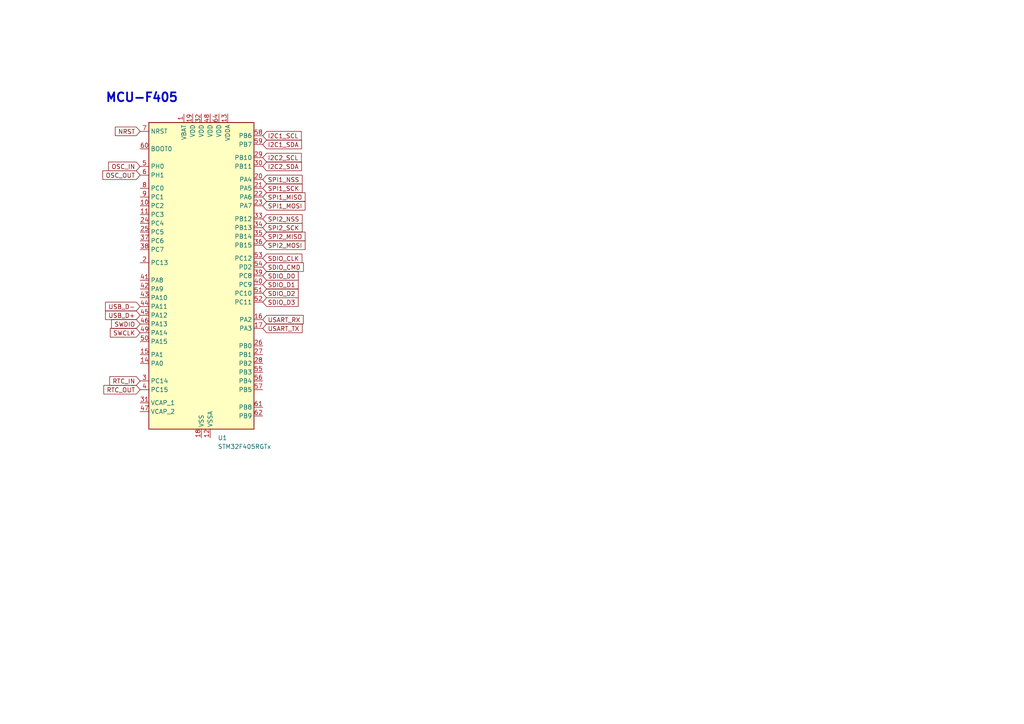
<source format=kicad_sch>
(kicad_sch (version 20231120) (generator "eeschema") (generator_version "8.0")
  (paper "A4")
  (lib_symbols
    (symbol "MCU_ST_STM32F4:STM32F405RGTx"
      (property "Reference" "U1" (at 4.7341 -45.72 0))
      (property "Value" "STM32F405RGTx" (at 4.7341 -48.26 0))
      (symbol "STM32F405RGTx_0_1"
        (rectangle (start -15.24 45.72) (end 15.24 -43.18) (stroke (width 0.254)) (fill (type background)))
      )
      (symbol "STM32F405RGTx_1_1"
        (pin power_in line (at -5.08 48.26 270) (length 2.54) (name "VBAT") (number "1"))
        (pin bidirectional line (at -17.78 21.59 0) (length 2.54) (name "PC2") (number "10"))
        (pin bidirectional line (at -17.78 19.05 0) (length 2.54) (name "PC3") (number "11"))
        (pin power_in line (at 2.54 -45.72 90) (length 2.54) (name "VSSA") (number "12"))
        (pin power_in line (at 7.62 48.26 270) (length 2.54) (name "VDDA") (number "13"))
        (pin bidirectional line (at -17.78 -24.13 0) (length 2.54) (name "PA0") (number "14"))
        (pin bidirectional line (at -17.78 -21.59 0) (length 2.54) (name "PA1") (number "15"))
        (pin bidirectional line (at 17.78 -11.43 180) (length 2.54) (name "PA2") (number "16"))
        (pin bidirectional line (at 17.78 -13.97 180) (length 2.54) (name "PA3") (number "17"))
        (pin power_in line (at 0 -45.72 90) (length 2.54) (name "VSS") (number "18"))
        (pin power_in line (at -2.54 48.26 270) (length 2.54) (name "VDD") (number "19"))
        (pin bidirectional line (at -17.78 5.08 0) (length 2.54) (name "PC13") (number "2"))
        (pin bidirectional line (at 17.78 29.21 180) (length 2.54) (name "PA4") (number "20"))
        (pin bidirectional line (at 17.78 26.67 180) (length 2.54) (name "PA5") (number "21"))
        (pin bidirectional line (at 17.78 24.13 180) (length 2.54) (name "PA6") (number "22"))
        (pin bidirectional line (at 17.78 21.59 180) (length 2.54) (name "PA7") (number "23"))
        (pin bidirectional line (at -17.78 16.51 0) (length 2.54) (name "PC4") (number "24"))
        (pin bidirectional line (at -17.78 13.97 0) (length 2.54) (name "PC5") (number "25"))
        (pin bidirectional line (at 17.78 -19.05 180) (length 2.54) (name "PB0") (number "26"))
        (pin bidirectional line (at 17.78 -21.59 180) (length 2.54) (name "PB1") (number "27"))
        (pin bidirectional line (at 17.78 -24.13 180) (length 2.54) (name "PB2") (number "28"))
        (pin bidirectional line (at 17.78 35.56 180) (length 2.54) (name "PB10") (number "29"))
        (pin bidirectional line (at -17.78 -29.21 0) (length 2.54) (name "PC14") (number "3"))
        (pin bidirectional line (at 17.78 33.02 180) (length 2.54) (name "PB11") (number "30"))
        (pin power_out line (at -17.78 -35.56 0) (length 2.54) (name "VCAP_1") (number "31"))
        (pin power_in line (at 0 48.26 270) (length 2.54) (name "VDD") (number "32"))
        (pin bidirectional line (at 17.78 17.78 180) (length 2.54) (name "PB12") (number "33"))
        (pin bidirectional line (at 17.78 15.24 180) (length 2.54) (name "PB13") (number "34"))
        (pin bidirectional line (at 17.78 12.7 180) (length 2.54) (name "PB14") (number "35"))
        (pin bidirectional line (at 17.78 10.16 180) (length 2.54) (name "PB15") (number "36"))
        (pin bidirectional line (at -17.78 11.43 0) (length 2.54) (name "PC6") (number "37"))
        (pin bidirectional line (at -17.78 8.89 0) (length 2.54) (name "PC7") (number "38"))
        (pin bidirectional line (at 17.78 1.27 180) (length 2.54) (name "PC8") (number "39"))
        (pin bidirectional line (at -17.78 -31.75 0) (length 2.54) (name "PC15") (number "4"))
        (pin bidirectional line (at 17.78 -1.27 180) (length 2.54) (name "PC9") (number "40"))
        (pin bidirectional line (at -17.78 0 0) (length 2.54) (name "PA8") (number "41"))
        (pin bidirectional line (at -17.78 -2.54 0) (length 2.54) (name "PA9") (number "42"))
        (pin bidirectional line (at -17.78 -5.08 0) (length 2.54) (name "PA10") (number "43"))
        (pin bidirectional line (at -17.78 -7.62 0) (length 2.54) (name "PA11") (number "44"))
        (pin bidirectional line (at -17.78 -10.16 0) (length 2.54) (name "PA12") (number "45"))
        (pin bidirectional line (at -17.78 -12.7 0) (length 2.54) (name "PA13") (number "46"))
        (pin power_out line (at -17.78 -38.1 0) (length 2.54) (name "VCAP_2") (number "47"))
        (pin power_in line (at 2.54 48.26 270) (length 2.54) (name "VDD") (number "48"))
        (pin bidirectional line (at -17.78 -15.24 0) (length 2.54) (name "PA14") (number "49"))
        (pin bidirectional line (at -17.78 33.02 0) (length 2.54) (name "PH0") (number "5"))
        (pin bidirectional line (at -17.78 -17.78 0) (length 2.54) (name "PA15") (number "50"))
        (pin bidirectional line (at 17.78 -3.81 180) (length 2.54) (name "PC10") (number "51"))
        (pin bidirectional line (at 17.78 -6.35 180) (length 2.54) (name "PC11") (number "52"))
        (pin bidirectional line (at 17.78 6.35 180) (length 2.54) (name "PC12") (number "53"))
        (pin bidirectional line (at 17.78 3.81 180) (length 2.54) (name "PD2") (number "54"))
        (pin bidirectional line (at 17.78 -26.67 180) (length 2.54) (name "PB3") (number "55"))
        (pin bidirectional line (at 17.78 -29.21 180) (length 2.54) (name "PB4") (number "56"))
        (pin bidirectional line (at 17.78 -31.75 180) (length 2.54) (name "PB5") (number "57"))
        (pin bidirectional line (at 17.78 41.91 180) (length 2.54) (name "PB6") (number "58"))
        (pin bidirectional line (at 17.78 39.37 180) (length 2.54) (name "PB7") (number "59"))
        (pin bidirectional line (at -17.78 30.48 0) (length 2.54) (name "PH1") (number "6"))
        (pin input line (at -17.78 38.1 0) (length 2.54) (name "BOOT0") (number "60"))
        (pin bidirectional line (at 17.78 -36.83 180) (length 2.54) (name "PB8") (number "61"))
        (pin bidirectional line (at 17.78 -39.37 180) (length 2.54) (name "PB9") (number "62"))
        (pin passive line (at 0 -45.72 90) (length 2.54) hide (name "VSS") (number "63"))
        (pin power_in line (at 5.08 48.26 270) (length 2.54) (name "VDD") (number "64"))
        (pin input line (at -17.78 43.18 0) (length 2.54) (name "NRST") (number "7"))
        (pin bidirectional line (at -17.78 26.67 0) (length 2.54) (name "PC0") (number "8"))
        (pin bidirectional line (at -17.78 24.13 0) (length 2.54) (name "PC1") (number "9"))
      )
    )
  )
  (text "MCU-F405\n" (at 41.148 28.448 0) (effects (font (size 2.54 2.54) (thickness 0.508) (bold yes))))
  (global_label "USART_RX" (shape input) (at 76.2 92.71 0) (property "Intersheetrefs" "${INTERSHEET_REFS}" (effects (hide yes))))
  (global_label "RTC_IN" (shape input) (at 40.64 110.49 180) (property "Intersheetrefs" "${INTERSHEET_REFS}" (effects (hide yes))))
  (global_label "SWDIO" (shape input) (at 40.64 93.98 180) (property "Intersheetrefs" "${INTERSHEET_REFS}" (effects (hide yes))))
  (global_label "USB_D+" (shape input) (at 40.64 91.44 180) (property "Intersheetrefs" "${INTERSHEET_REFS}" (effects (hide yes))))
  (global_label "SDIO_D0" (shape input) (at 76.2 80.01 0) (property "Intersheetrefs" "${INTERSHEET_REFS}" (effects (hide yes))))
  (global_label "SDIO_D2" (shape input) (at 76.2 85.09 0) (property "Intersheetrefs" "${INTERSHEET_REFS}" (effects (hide yes))))
  (global_label "USB_D-" (shape input) (at 40.64 88.9 180) (property "Intersheetrefs" "${INTERSHEET_REFS}" (effects (hide yes))))
  (global_label "I2C1_SDA" (shape input) (at 76.2 41.91 0) (property "Intersheetrefs" "${INTERSHEET_REFS}" (effects (hide yes))))
  (global_label "SDIO_CLK" (shape input) (at 76.2 74.93 0) (property "Intersheetrefs" "${INTERSHEET_REFS}" (effects (hide yes))))
  (global_label "SWCLK" (shape input) (at 40.64 96.52 180) (property "Intersheetrefs" "${INTERSHEET_REFS}" (effects (hide yes))))
  (global_label "I2C1_SCL" (shape input) (at 76.2 39.37 0) (property "Intersheetrefs" "${INTERSHEET_REFS}" (effects (hide yes))))
  (global_label "I2C2_SDA" (shape input) (at 76.2 48.26 0) (property "Intersheetrefs" "${INTERSHEET_REFS}" (effects (hide yes))))
  (global_label "SPI1_NSS" (shape input) (at 76.2 52.07 0) (property "Intersheetrefs" "${INTERSHEET_REFS}" (effects (hide yes))))
  (global_label "RTC_OUT" (shape input) (at 40.64 113.03 180) (property "Intersheetrefs" "${INTERSHEET_REFS}" (effects (hide yes))))
  (global_label "SPI2_NSS" (shape input) (at 76.2 63.5 0) (property "Intersheetrefs" "${INTERSHEET_REFS}" (effects (hide yes))))
  (global_label "OSC_IN" (shape input) (at 40.64 48.26 180) (property "Intersheetrefs" "${INTERSHEET_REFS}" (effects (hide yes))))
  (global_label "SPI2_MOSI" (shape input) (at 76.2 71.12 0) (property "Intersheetrefs" "${INTERSHEET_REFS}" (effects (hide yes))))
  (global_label "SPI2_SCK" (shape input) (at 76.2 66.04 0) (property "Intersheetrefs" "${INTERSHEET_REFS}" (effects (hide yes))))
  (global_label "OSC_OUT" (shape input) (at 40.64 50.8 180) (property "Intersheetrefs" "${INTERSHEET_REFS}" (effects (hide yes))))
  (global_label "SPI1_SCK" (shape input) (at 76.2 54.61 0) (property "Intersheetrefs" "${INTERSHEET_REFS}" (effects (hide yes))))
  (global_label "USART_TX" (shape input) (at 76.2 95.25 0) (property "Intersheetrefs" "${INTERSHEET_REFS}" (effects (hide yes))))
  (global_label "SPI1_MOSI" (shape input) (at 76.2 59.69 0) (property "Intersheetrefs" "${INTERSHEET_REFS}" (effects (hide yes))))
  (global_label "SPI2_MISO" (shape input) (at 76.2 68.58 0) (property "Intersheetrefs" "${INTERSHEET_REFS}" (effects (hide yes))))
  (global_label "NRST" (shape input) (at 40.64 38.1 180) (property "Intersheetrefs" "${INTERSHEET_REFS}" (effects (hide yes))))
  (global_label "SDIO_D3" (shape input) (at 76.2 87.63 0) (property "Intersheetrefs" "${INTERSHEET_REFS}" (effects (hide yes))))
  (global_label "SDIO_D1" (shape input) (at 76.2 82.55 0) (property "Intersheetrefs" "${INTERSHEET_REFS}" (effects (hide yes))))
  (global_label "SDIO_CMD" (shape input) (at 76.2 77.47 0) (property "Intersheetrefs" "${INTERSHEET_REFS}" (effects (hide yes))))
  (global_label "SPI1_MISO" (shape input) (at 76.2 57.15 0) (property "Intersheetrefs" "${INTERSHEET_REFS}" (effects (hide yes))))
  (global_label "I2C2_SCL" (shape input) (at 76.2 45.72 0) (property "Intersheetrefs" "${INTERSHEET_REFS}" (effects (hide yes))))
  (symbol (lib_id "MCU_ST_STM32F4:STM32F405RGTx") (at 58.42 81.28 0) (unit 1)
    (property "Reference" "U1" (at 63.1541 127 0) (effects (justify left)))
    (property "Value" "STM32F405RGTx" (at 63.1541 129.54 0) (effects (justify left)))
    (property "Footprint" "Package_QFP:LQFP-64_10x10mm_P0.5mm" (effects (hide yes)))
    (property "Datasheet" "https://www.st.com/resource/en/datasheet/stm32f405rg.pdf" (effects (hide yes)))
    (property "Description" "STMicroelectronics Arm Cortex-M4 MCU, 1024KB flash, 192KB RAM, 168 MHz, 1.8-3.6V, 51 GPIO, LQFP64" (effects (hide yes)))
  )
)
</source>
